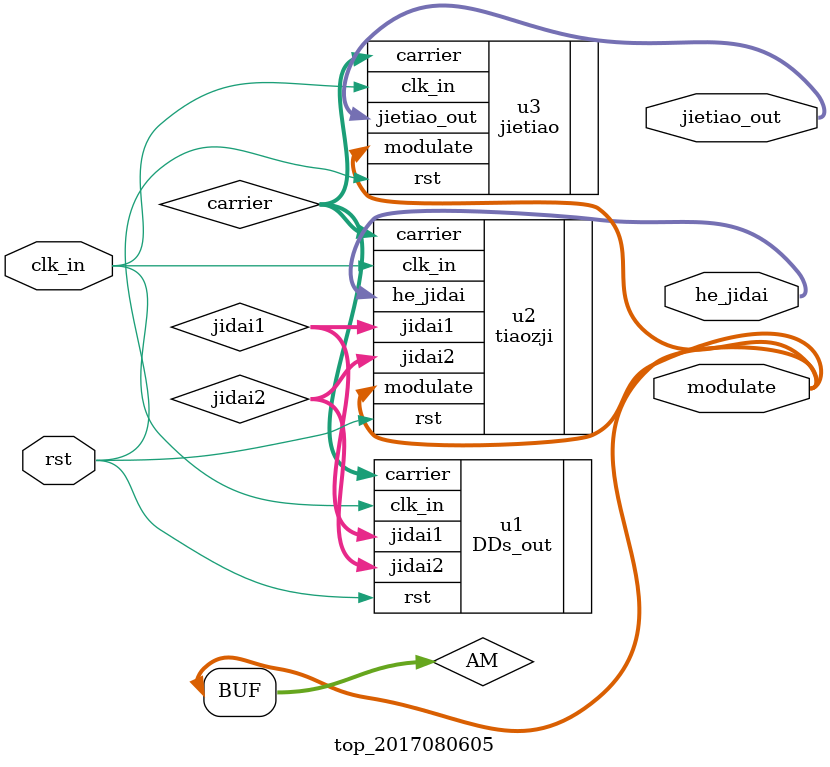
<source format=v>
`timescale 1ns / 1ps


module top_2017080605(
   input clk_in,
   input rst,
   
   output [15:0] modulate,
   output [47:0] jietiao_out,
   output [8:0] he_jidai
    );
//  wire  [39:0] jietiao_out; 
   wire [7:0] carrier;
   wire [7:0] jidai1;
   wire [7:0] jidai2; 
     DDs_out u1(
       .clk_in(clk_in),
       .rst(rst),
       .carrier(carrier),
       .jidai1(jidai1),
       .jidai2(jidai2)
        );
        
   tiaozji u2(
           .clk_in(clk_in),
           .rst(rst),
           .carrier(carrier),
           .jidai1(jidai1),
           .jidai2(jidai2),
            
           .modulate(modulate),
           .he_jidai(he_jidai)
            ); 
            
   wire [15:0]AM;
   assign AM= modulate;        
        jietiao u3(
               .clk_in(clk_in),
               .rst(rst),
               . modulate(AM),
               .carrier(carrier),
               
               .jietiao_out(jietiao_out)
                );      
       
endmodule

</source>
